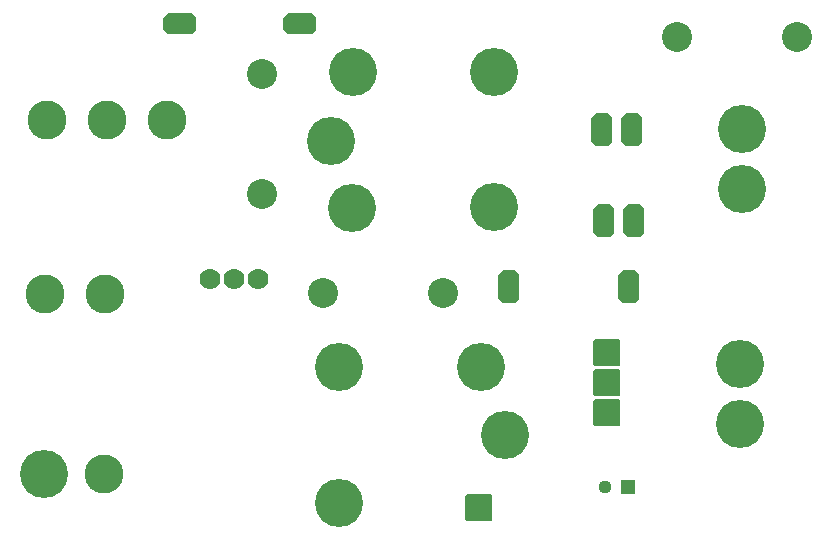
<source format=gbr>
G04 PROTEUS GERBER X2 FILE*
%TF.GenerationSoftware,Labcenter,Proteus,8.13-SP0-Build31525*%
%TF.CreationDate,2024-10-30T04:27:48+00:00*%
%TF.FileFunction,Soldermask,Bot*%
%TF.FilePolarity,Negative*%
%TF.Part,Single*%
%TF.SameCoordinates,{7e0819cd-3aa5-4556-a237-21aa8943194a}*%
%FSLAX45Y45*%
%MOMM*%
G01*
%TA.AperFunction,Material*%
%ADD28C,3.302000*%
%ADD29C,4.064000*%
%ADD72C,2.540000*%
%AMPPAD023*
4,1,8,
-0.509800,1.397000,
0.509800,1.397000,
0.889000,1.017800,
0.889000,-1.017800,
0.509800,-1.397000,
-0.509800,-1.397000,
-0.889000,-1.017800,
-0.889000,1.017800,
-0.509800,1.397000,
0*%
%ADD73PPAD023*%
%AMPPAD024*
4,1,36,
1.143000,1.016000,
1.143000,-1.016000,
1.140470,-1.041970,
1.133200,-1.065980,
1.121650,-1.087580,
1.106290,-1.106290,
1.087570,-1.121650,
1.065980,-1.133200,
1.041970,-1.140470,
1.016000,-1.143000,
-1.016000,-1.143000,
-1.041970,-1.140470,
-1.065980,-1.133200,
-1.087570,-1.121650,
-1.106290,-1.106290,
-1.121650,-1.087580,
-1.133200,-1.065980,
-1.140470,-1.041970,
-1.143000,-1.016000,
-1.143000,1.016000,
-1.140470,1.041970,
-1.133200,1.065980,
-1.121650,1.087580,
-1.106290,1.106290,
-1.087570,1.121650,
-1.065980,1.133200,
-1.041970,1.140470,
-1.016000,1.143000,
1.016000,1.143000,
1.041970,1.140470,
1.065980,1.133200,
1.087570,1.121650,
1.106290,1.106290,
1.121650,1.087580,
1.133200,1.065980,
1.140470,1.041970,
1.143000,1.016000,
0*%
%TA.AperFunction,Material*%
%ADD30PPAD024*%
%TA.AperFunction,Material*%
%ADD31C,1.778000*%
%AMPPAD026*
4,1,8,
-1.397000,-0.509800,
-1.397000,0.509800,
-1.017800,0.889000,
1.017800,0.889000,
1.397000,0.509800,
1.397000,-0.509800,
1.017800,-0.889000,
-1.017800,-0.889000,
-1.397000,-0.509800,
0*%
%TA.AperFunction,Material*%
%ADD32PPAD026*%
%AMPPAD027*
4,1,4,
0.560000,-0.560000,
-0.560000,-0.560000,
-0.560000,0.560000,
0.560000,0.560000,
0.560000,-0.560000,
0*%
%ADD33PPAD027*%
%ADD34C,1.120000*%
%TD.AperFunction*%
D28*
X+1630000Y+2390000D03*
X+1122000Y+2390000D03*
X+1620000Y+870000D03*
D29*
X+1112000Y+870000D03*
D72*
X+2960000Y+3234000D03*
X+2960000Y+4250000D03*
D29*
X+3730000Y+4270000D03*
X+3720000Y+3120000D03*
X+3540000Y+3690000D03*
X+4920000Y+4270000D03*
X+4920000Y+3130000D03*
D73*
X+6090000Y+3780000D03*
X+5836000Y+3780000D03*
X+6110000Y+3010000D03*
X+5856000Y+3010000D03*
D72*
X+3474000Y+2400000D03*
X+4490000Y+2400000D03*
D30*
X+4800000Y+580000D03*
D29*
X+4810000Y+1770000D03*
X+5020000Y+1200000D03*
X+3610000Y+620000D03*
X+3610000Y+1770000D03*
X+7010000Y+1800000D03*
X+7010000Y+1292000D03*
D31*
X+2516800Y+2520000D03*
X+2720000Y+2520000D03*
X+2923200Y+2520000D03*
D29*
X+7020000Y+3790000D03*
X+7020000Y+3282000D03*
D72*
X+6474000Y+4570000D03*
X+7490000Y+4570000D03*
D28*
X+1140000Y+3860000D03*
X+1648000Y+3860000D03*
X+2156000Y+3860000D03*
D73*
X+5050000Y+2450000D03*
X+6066000Y+2450000D03*
D32*
X+3280000Y+4680000D03*
X+2264000Y+4680000D03*
D30*
X+5880000Y+1890000D03*
X+5880000Y+1636000D03*
X+5880000Y+1382000D03*
D33*
X+6060000Y+760000D03*
D34*
X+5860000Y+760000D03*
M02*

</source>
